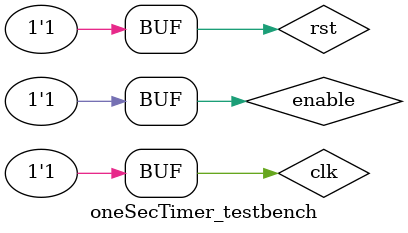
<source format=v>
`timescale  1ns/100ps
module oneSecTimer_testbench();
reg clk,rst,enable;
wire one_sec_timeout;

always begin
    clk = 1'b0;
    #10;
    clk =1'b1;
    #10;
end
oneSecTimer DUT(clk,rst,enable,one_sec_timeout);
initial begin
    enable =0;
    rst = 1;
    #20;
    rst =0;
    #20;
    rst = 1;
    #10;
    #15;
    enable = 1;

#24000;
end
endmodule
</source>
